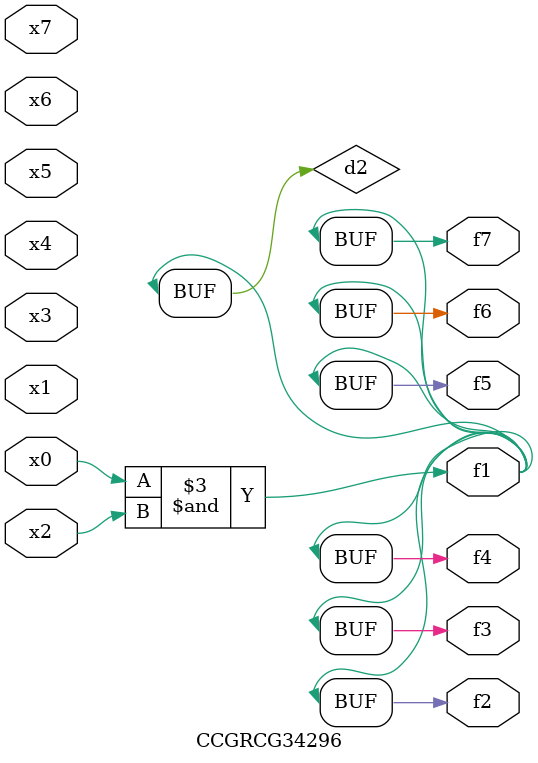
<source format=v>
module CCGRCG34296(
	input x0, x1, x2, x3, x4, x5, x6, x7,
	output f1, f2, f3, f4, f5, f6, f7
);

	wire d1, d2;

	nor (d1, x3, x6);
	and (d2, x0, x2);
	assign f1 = d2;
	assign f2 = d2;
	assign f3 = d2;
	assign f4 = d2;
	assign f5 = d2;
	assign f6 = d2;
	assign f7 = d2;
endmodule

</source>
